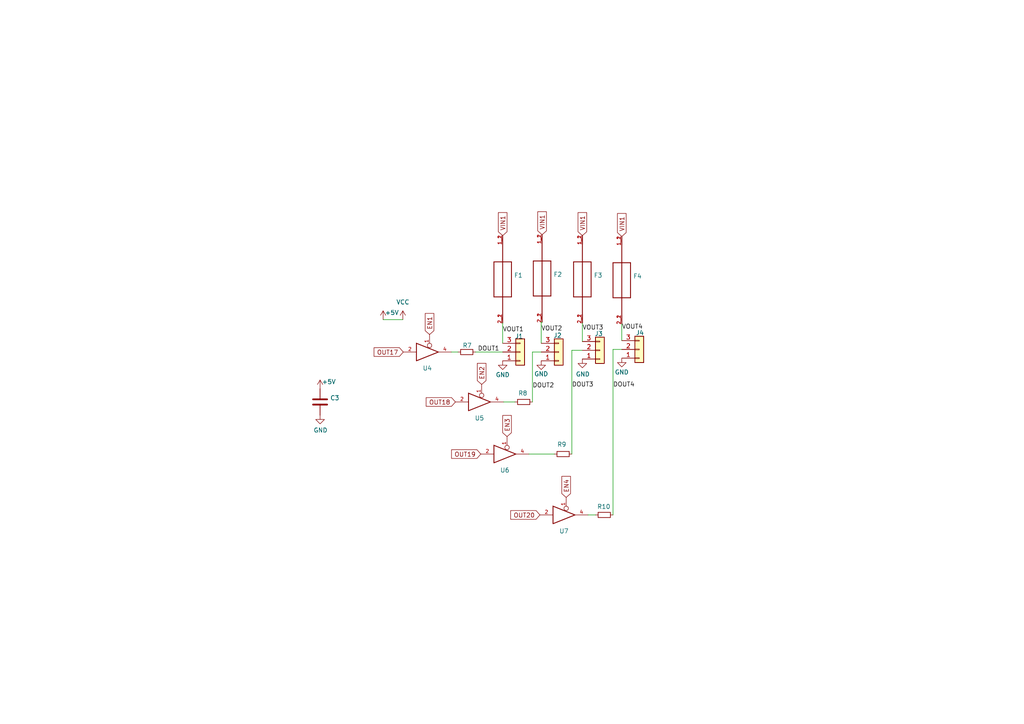
<source format=kicad_sch>
(kicad_sch (version 20211123) (generator eeschema)
  (paper "A4")
  (title_block (title "SM Receiver Out SMD") (date "2022-03-25") (rev "v2") (company "Scott Hanson"))
  (lib_symbols
    (symbol "74xGxx:74AHCT1G125" (pin_names (offset 1.016))
      (property "Reference" "U" (at -2.54 3.81 0))
      (property "Value" "74AHCT1G125" (at 0 -3.81 0))
      (symbol "74AHCT1G125_0_1"
        (polyline (pts (xy -3.81 2.54) (xy -3.81 -2.54) (xy 2.54 0) (xy -3.81 2.54)) (stroke (width 0.254)))
      )
      (symbol "74AHCT1G125_1_1"
        (pin input inverted (at 0 5.08 270) (length 3.81) (name "~") (number "1"))
        (pin input line (at -7.62 0 0) (length 3.81) (name "~") (number "2"))
        (pin power_in line (at 1.27 -1.27 270) (length 0) hide (name "GND") (number "3"))
        (pin tri_state line (at 6.35 0 180) (length 3.81) (name "~") (number "4"))
        (pin power_in line (at 1.27 1.27 90) (length 0) hide (name "VCC") (number "5"))
      )
    )
    (symbol "Connector_Generic:Conn_01x03" (pin_names (offset 1.016) hide)
      (property "Reference" "J" (at 0 5.08 0))
      (property "Value" "Conn_01x03" (at 0 -5.08 0))
      (symbol "Conn_01x03_1_1"
        (rectangle (start -1.27 -2.413) (end 0 -2.667) (stroke (width 0.1524)))
        (rectangle (start -1.27 0.127) (end 0 -0.127) (stroke (width 0.1524)))
        (rectangle (start -1.27 2.667) (end 0 2.413) (stroke (width 0.1524)))
        (rectangle (start -1.27 3.81) (end 1.27 -3.81) (stroke (width 0.254)) (fill (type background)))
        (pin passive line (at -5.08 2.54 0) (length 3.81) (name "Pin_1") (number "1"))
        (pin passive line (at -5.08 0 0) (length 3.81) (name "Pin_2") (number "2"))
        (pin passive line (at -5.08 -2.54 0) (length 3.81) (name "Pin_3") (number "3"))
      )
    )
    (symbol "Device:R_Small" (pin_numbers hide) (pin_names (offset 0.254) hide)
      (property "Reference" "R" (at 0.762 0.508 0))
      (property "Value" "R_Small" (at 0.762 -1.016 0))
      (symbol "R_Small_0_1"
        (rectangle (start -0.762 1.778) (end 0.762 -1.778) (stroke (width 0.2032)))
      )
      (symbol "R_Small_1_1"
        (pin passive line (at 0 2.54 270) (length 0.762) (name "~") (number "1"))
        (pin passive line (at 0 -2.54 90) (length 0.762) (name "~") (number "2"))
      )
    )
    (symbol "Receiver_Out-rescue:3544-2-Keystone_Fuse" (pin_names (offset 1.016) hide)
      (property "Reference" "F" (at -5.08 3.302 0))
      (property "Value" "3544-2-Keystone_Fuse" (at -5.08 -5.08 0))
      (symbol "3544-2-Keystone_Fuse_0_0"
        (polyline (pts (xy -12.7 0) (xy 12.7 0)) (stroke (width 0.254)))
        (polyline (pts (xy -5.08 -2.54) (xy -5.08 2.54)) (stroke (width 0.254)))
        (polyline (pts (xy -5.08 2.54) (xy 5.08 2.54)) (stroke (width 0.254)))
        (polyline (pts (xy 5.08 -2.54) (xy -5.08 -2.54)) (stroke (width 0.254)))
        (polyline (pts (xy 5.08 2.54) (xy 5.08 -2.54)) (stroke (width 0.254)))
        (pin passive line (at -12.7 0 0) (length 2.54) (name "1") (number "1_1"))
        (pin passive line (at -12.7 0 0) (length 2.54) (name "1") (number "1_2"))
        (pin passive line (at 12.7 0 180) (length 2.54) (name "2") (number "2_1"))
        (pin passive line (at 12.7 0 180) (length 2.54) (name "2") (number "2_2"))
      )
    )
    (symbol "Receiver_Out-rescue:C-Device" (pin_numbers hide) (pin_names (offset 0.254))
      (property "Reference" "C" (at 0.635 2.54 0))
      (property "Value" "C-Device" (at 0.635 -2.54 0))
      (symbol "C-Device_0_1"
        (polyline (pts (xy -2.032 -0.762) (xy 2.032 -0.762)) (stroke (width 0.508)))
        (polyline (pts (xy -2.032 0.762) (xy 2.032 0.762)) (stroke (width 0.508)))
      )
      (symbol "C-Device_1_1"
        (pin passive line (at 0 3.81 270) (length 2.794) (name "~") (number "1"))
        (pin passive line (at 0 -3.81 90) (length 2.794) (name "~") (number "2"))
      )
    )
    (symbol "power:+5V" (power) (pin_names (offset 0))
      (property "Value" "+5V" (at 0 3.556 0))
      (symbol "+5V_0_1"
        (polyline (pts (xy -0.762 1.27) (xy 0 2.54)))
        (polyline (pts (xy 0 0) (xy 0 2.54)))
        (polyline (pts (xy 0 2.54) (xy 0.762 1.27)))
      )
      (symbol "+5V_1_1"
        (pin power_in line (at 0 0 90) (length 0) hide (name "+5V") (number "1"))
      )
    )
    (symbol "power:GND" (power) (pin_names (offset 0))
      (property "Value" "GND" (at 0 -3.81 0))
      (symbol "GND_0_1"
        (polyline (pts (xy 0 0) (xy 0 -1.27) (xy 1.27 -1.27) (xy 0 -2.54) (xy -1.27 -1.27) (xy 0 -1.27)))
      )
      (symbol "GND_1_1"
        (pin power_in line (at 0 0 270) (length 0) hide (name "GND") (number "1"))
      )
    )
    (symbol "power:VCC" (power) (pin_names (offset 0))
      (property "Value" "VCC" (at 0 3.81 0))
      (symbol "VCC_0_1"
        (polyline (pts (xy -0.762 1.27) (xy 0 2.54)))
        (polyline (pts (xy 0 0) (xy 0 2.54)))
        (polyline (pts (xy 0 2.54) (xy 0.762 1.27)))
      )
      (symbol "VCC_1_1"
        (pin power_in line (at 0 0 90) (length 0) hide (name "VCC") (number "1"))
      )
    )
  )
  (wire (pts (xy 145.796 93.726) (xy 145.796 99.568)))
  (wire (pts (xy 177.8 101.346) (xy 180.34 101.346)))
  (wire (pts (xy 165.862 101.6) (xy 168.91 101.6)))
  (wire (pts (xy 156.972 93.472) (xy 157.226 93.472)))
  (wire (pts (xy 156.972 99.568) (xy 156.972 93.472)))
  (wire (pts (xy 111.125 92.71) (xy 116.84 92.71)))
  (wire (pts (xy 165.862 101.6) (xy 165.862 131.699)))
  (wire (pts (xy 156.972 102.108) (xy 154.432 102.108)))
  (wire (pts (xy 146.05 116.586) (xy 149.352 116.586)))
  (wire (pts (xy 180.34 98.806) (xy 180.34 93.98)))
  (wire (pts (xy 154.432 102.108) (xy 154.432 116.586)))
  (wire (pts (xy 130.937 102.108) (xy 132.842 102.108)))
  (wire (pts (xy 177.8 101.346) (xy 177.8 149.352)))
  (wire (pts (xy 170.561 149.352) (xy 172.72 149.352)))
  (wire (pts (xy 153.416 131.699) (xy 160.782 131.699)))
  (wire (pts (xy 137.922 102.108) (xy 145.796 102.108)))
  (wire (pts (xy 168.91 93.726) (xy 168.91 99.06)))
  (label "DOUT1" (at 138.557 102.108 0))
  (label "VOUT2" (at 156.972 96.266 0))
  (label "VOUT3" (at 168.91 96.012 0))
  (label "DOUT4" (at 177.8 112.522 0))
  (label "DOUT2" (at 154.432 112.776 0))
  (label "VOUT1" (at 145.796 96.52 0))
  (label "VOUT4" (at 180.34 95.758 0))
  (label "DOUT3" (at 165.862 112.522 0))
  (global_label "EN2" (shape input) (at 139.7 111.506 90) (property "Intersheet References" "${INTERSHEET_REFS}" (effects hide)))
  (global_label "VIN1" (shape input) (at 168.91 68.326 90) (property "Intersheet References" "${INTERSHEET_REFS}" (effects hide)))
  (global_label "VIN1" (shape input) (at 145.796 68.326 90) (property "Intersheet References" "${INTERSHEET_REFS}" (effects hide)))
  (global_label "EN3" (shape input) (at 147.066 126.619 90) (property "Intersheet References" "${INTERSHEET_REFS}" (effects hide)))
  (global_label "EN1" (shape input) (at 124.587 97.028 90) (property "Intersheet References" "${INTERSHEET_REFS}" (effects hide)))
  (global_label "OUT17" (shape input) (at 116.967 102.108 180) (property "Intersheet References" "${INTERSHEET_REFS}" (effects hide)))
  (global_label "VIN1" (shape input) (at 157.226 68.072 90) (property "Intersheet References" "${INTERSHEET_REFS}" (effects hide)))
  (global_label "OUT18" (shape input) (at 132.08 116.586 180) (property "Intersheet References" "${INTERSHEET_REFS}" (effects hide)))
  (global_label "EN4" (shape input) (at 164.211 144.272 90) (property "Intersheet References" "${INTERSHEET_REFS}" (effects hide)))
  (global_label "OUT20" (shape input) (at 156.591 149.352 180) (property "Intersheet References" "${INTERSHEET_REFS}" (effects hide)))
  (global_label "VIN1" (shape input) (at 180.34 68.58 90) (property "Intersheet References" "${INTERSHEET_REFS}" (effects hide)))
  (global_label "OUT19" (shape input) (at 139.446 131.699 180) (property "Intersheet References" "${INTERSHEET_REFS}" (effects hide)))
  (symbol (lib_id "Connector_Generic:Conn_01x03") (at 150.876 102.108 0) (mirror x) (unit 1)
    (property "Reference" "J1" (at 149.352 97.536 0) (effects (justify left)))
    (property "Digi-Key_PN" "277-5737-ND/ED10555-ND" (effects hide))
    (property "MPN" "1843619/OSTTJ0311530" (effects hide))
    (property "LCSC_PN" "C192778" (effects hide))
  )
  (symbol (lib_id "Connector_Generic:Conn_01x03") (at 162.052 102.108 0) (mirror x) (unit 1)
    (property "Reference" "J2" (at 160.528 97.282 0) (effects (justify left)))
    (property "Digi-Key_PN" "277-5737-ND/ED10555-ND" (effects hide))
    (property "MPN" "1843619/OSTTJ0311530" (effects hide))
    (property "LCSC_PN" "C192778" (effects hide))
  )
  (symbol (lib_id "Connector_Generic:Conn_01x03") (at 173.99 101.6 0) (mirror x) (unit 1)
    (property "Reference" "J3" (at 172.466 96.774 0) (effects (justify left)))
    (property "Digi-Key_PN" "277-5737-ND/ED10555-ND" (effects hide))
    (property "MPN" "1843619/OSTTJ0311530" (effects hide))
    (property "LCSC_PN" "C192778" (effects hide))
  )
  (symbol (lib_id "Connector_Generic:Conn_01x03") (at 185.42 101.346 0) (mirror x) (unit 1)
    (property "Reference" "J4" (at 184.404 96.52 0) (effects (justify left)))
    (property "Digi-Key_PN" "277-5737-ND/ED10555-ND" (effects hide))
    (property "MPN" "1843619/OSTTJ0311530" (effects hide))
    (property "LCSC_PN" "C192778" (effects hide))
  )
  (symbol (lib_id "power:GND") (at 145.796 104.648 0) (unit 1)
    (property "Reference" "#PWR012" (effects hide))
    (property "Value" "GND" (at 145.796 108.712 0))
  )
  (symbol (lib_id "power:GND") (at 156.972 104.648 0) (unit 1)
    (property "Reference" "#PWR013" (effects hide))
    (property "Value" "GND" (at 156.972 108.458 0))
  )
  (symbol (lib_id "power:GND") (at 168.91 104.14 0) (unit 1)
    (property "Reference" "#PWR014" (effects hide))
    (property "Value" "GND" (at 169.037 108.5342 0))
  )
  (symbol (lib_id "power:GND") (at 180.34 103.886 0) (unit 1)
    (property "Reference" "#PWR015" (effects hide))
    (property "Value" "GND" (at 180.34 107.95 0))
  )
  (symbol (lib_id "Receiver_Out-rescue:3544-2-Keystone_Fuse") (at 157.226 80.772 270) (unit 1)
    (property "Reference" "F2" (at 160.528 79.6036 90) (effects (justify left)))
    (property "Field4" "3544-2" (effects hide))
    (property "Field5" "None" (effects hide))
    (property "Field6" "Unavailable" (effects hide))
    (property "Field7" "Fuse Clip; 500 VAC; 30 A; PCB; For 0.110 in. x 0.032 in. mini blade fuses" (effects hide))
    (property "Field8" "Keystone Electronics" (effects hide))
    (property "Digi-Key_PN" "36-3544-2-ND" (effects hide))
    (property "MPN" "3544-2" (effects hide))
    (property "LCSC_PN" "C492610" (effects hide))
  )
  (symbol (lib_id "Receiver_Out-rescue:3544-2-Keystone_Fuse") (at 168.91 81.026 270) (unit 1)
    (property "Reference" "F3" (at 172.212 79.8576 90) (effects (justify left)))
    (property "Field4" "3544-2" (effects hide))
    (property "Field5" "None" (effects hide))
    (property "Field6" "Unavailable" (effects hide))
    (property "Field7" "Fuse Clip; 500 VAC; 30 A; PCB; For 0.110 in. x 0.032 in. mini blade fuses" (effects hide))
    (property "Field8" "Keystone Electronics" (effects hide))
    (property "Digi-Key_PN" "36-3544-2-ND" (effects hide))
    (property "MPN" "3544-2" (effects hide))
    (property "LCSC_PN" "C492610" (effects hide))
  )
  (symbol (lib_id "Receiver_Out-rescue:3544-2-Keystone_Fuse") (at 180.34 81.28 270) (unit 1)
    (property "Reference" "F4" (at 183.642 80.1116 90) (effects (justify left)))
    (property "Field4" "3544-2" (effects hide))
    (property "Field5" "None" (effects hide))
    (property "Field6" "Unavailable" (effects hide))
    (property "Field7" "Fuse Clip; 500 VAC; 30 A; PCB; For 0.110 in. x 0.032 in. mini blade fuses" (effects hide))
    (property "Field8" "Keystone Electronics" (effects hide))
    (property "Digi-Key_PN" "36-3544-2-ND" (effects hide))
    (property "MPN" "3544-2" (effects hide))
    (property "LCSC_PN" "C492610" (effects hide))
  )
  (symbol (lib_id "power:GND") (at 92.837 120.396 0) (unit 1)
    (property "Reference" "#PWR011" (effects hide))
    (property "Value" "GND" (at 92.964 124.7902 0))
  )
  (symbol (lib_id "Receiver_Out-rescue:C-Device") (at 92.837 116.586 0) (unit 1)
    (property "Reference" "C3" (at 95.758 115.4176 0) (effects (justify left)))
    (property "Digi-Key_PN" "1276-1935-2-ND" (effects hide))
    (property "MPN" "CL10B104KB8NNWC" (effects hide))
    (property "LCSC_PN" "C14663" (effects hide))
  )
  (symbol (lib_id "power:+5V") (at 92.837 112.776 0) (unit 1)
    (property "Reference" "#PWR0102" (effects hide))
    (property "Value" "+5V" (at 95.377 110.744 0))
  )
  (symbol (lib_id "Receiver_Out-rescue:3544-2-Keystone_Fuse") (at 145.796 81.026 270) (unit 1)
    (property "Reference" "F1" (at 149.098 79.8576 90) (effects (justify left)))
    (property "Field4" "3544-2" (effects hide))
    (property "Field5" "None" (effects hide))
    (property "Field6" "Unavailable" (effects hide))
    (property "Field7" "Fuse Clip; 500 VAC; 30 A; PCB; For 0.110 in. x 0.032 in. mini blade fuses" (effects hide))
    (property "Field8" "Keystone Electronics" (effects hide))
    (property "Digi-Key_PN" "36-3544-2-ND" (effects hide))
    (property "MPN" "3544-2" (effects hide))
    (property "LCSC_PN" "C492610" (effects hide))
  )
  (symbol (lib_id "Device:R_Small") (at 135.382 102.108 270) (unit 1)
    (property "Reference" "R7" (at 135.509 100.203 90))
    (property "LCSC_PN" "C23140" (effects hide))
    (property "Digi-Key_PN" "311-33GRCT-ND" (effects hide))
    (property "MPN" "RC0603JR-0733RL" (effects hide))
  )
  (symbol (lib_id "Device:R_Small") (at 151.892 116.586 270) (unit 1)
    (property "Reference" "R8" (at 151.638 114.046 90))
    (property "LCSC_PN" "C23140" (effects hide))
    (property "Digi-Key_PN" "311-33GRCT-ND" (effects hide))
    (property "MPN" "RC0603JR-0733RL" (effects hide))
  )
  (symbol (lib_id "Device:R_Small") (at 175.26 149.352 270) (unit 1)
    (property "Reference" "R10" (at 175.133 146.939 90))
    (property "LCSC_PN" "C23140" (effects hide))
    (property "Digi-Key_PN" "311-33GRCT-ND" (effects hide))
    (property "MPN" "RC0603JR-0733RL" (effects hide))
  )
  (symbol (lib_id "Device:R_Small") (at 163.322 131.699 270) (unit 1)
    (property "Reference" "R9" (at 162.941 128.905 90))
    (property "LCSC_PN" "C23140" (effects hide))
    (property "Digi-Key_PN" "311-33GRCT-ND" (effects hide))
    (property "MPN" "RC0603JR-0733RL" (effects hide))
  )
  (symbol (lib_id "power:VCC") (at 116.84 92.71 0) (unit 1)
    (property "Reference" "#PWR0103" (effects hide))
    (property "Value" "VCC" (at 116.84 87.63 0))
  )
  (symbol (lib_id "74xGxx:74AHCT1G125") (at 164.211 149.352 0) (unit 1)
    (property "Reference" "U7" (at 163.576 154.0415 0))
    (property "Datasheet" "http://www.ti.com/lit/sg/scyt129e/scyt129e.pdf" (effects hide))
    (property "Digi-Key_PN" "74AHCT1G125W5-7DICT-ND" (effects hide))
    (property "LCSC_PN" "C7484" (effects hide))
    (property "MPN" "74AHCT1G125W5-7" (effects hide))
  )
  (symbol (lib_id "74xGxx:74AHCT1G125") (at 139.7 116.586 0) (unit 1)
    (property "Reference" "U5" (at 139.065 121.2755 0))
    (property "Datasheet" "http://www.ti.com/lit/sg/scyt129e/scyt129e.pdf" (effects hide))
    (property "Digi-Key_PN" "74AHCT1G125W5-7DICT-ND" (effects hide))
    (property "LCSC_PN" "C7484" (effects hide))
    (property "MPN" "74AHCT1G125W5-7" (effects hide))
  )
  (symbol (lib_id "power:+5V") (at 111.125 92.71 0) (unit 1)
    (property "Reference" "#PWR0106" (effects hide))
    (property "Value" "+5V" (at 113.665 90.678 0))
  )
  (symbol (lib_id "74xGxx:74AHCT1G125") (at 124.587 102.108 0) (unit 1)
    (property "Reference" "U4" (at 123.952 106.7975 0))
    (property "Datasheet" "http://www.ti.com/lit/sg/scyt129e/scyt129e.pdf" (effects hide))
    (property "Digi-Key_PN" "74AHCT1G125W5-7DICT-ND" (effects hide))
    (property "LCSC_PN" "C7484" (effects hide))
    (property "MPN" "74AHCT1G125W5-7" (effects hide))
  )
  (symbol (lib_id "74xGxx:74AHCT1G125") (at 147.066 131.699 0) (unit 1)
    (property "Reference" "U6" (at 146.431 136.3885 0))
    (property "Datasheet" "http://www.ti.com/lit/sg/scyt129e/scyt129e.pdf" (effects hide))
    (property "Digi-Key_PN" "74AHCT1G125W5-7DICT-ND" (effects hide))
    (property "LCSC_PN" "C7484" (effects hide))
    (property "MPN" "74AHCT1G125W5-7" (effects hide))
  )
)
</source>
